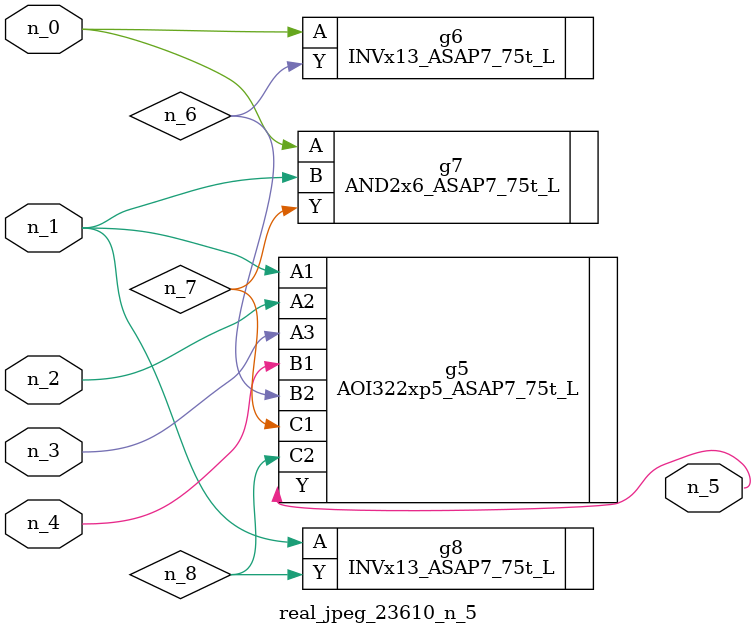
<source format=v>
module real_jpeg_23610_n_5 (n_4, n_0, n_1, n_2, n_3, n_5);

input n_4;
input n_0;
input n_1;
input n_2;
input n_3;

output n_5;

wire n_8;
wire n_6;
wire n_7;

INVx13_ASAP7_75t_L g6 ( 
.A(n_0),
.Y(n_6)
);

AND2x6_ASAP7_75t_L g7 ( 
.A(n_0),
.B(n_1),
.Y(n_7)
);

AOI322xp5_ASAP7_75t_L g5 ( 
.A1(n_1),
.A2(n_2),
.A3(n_3),
.B1(n_4),
.B2(n_6),
.C1(n_7),
.C2(n_8),
.Y(n_5)
);

INVx13_ASAP7_75t_L g8 ( 
.A(n_1),
.Y(n_8)
);


endmodule
</source>
